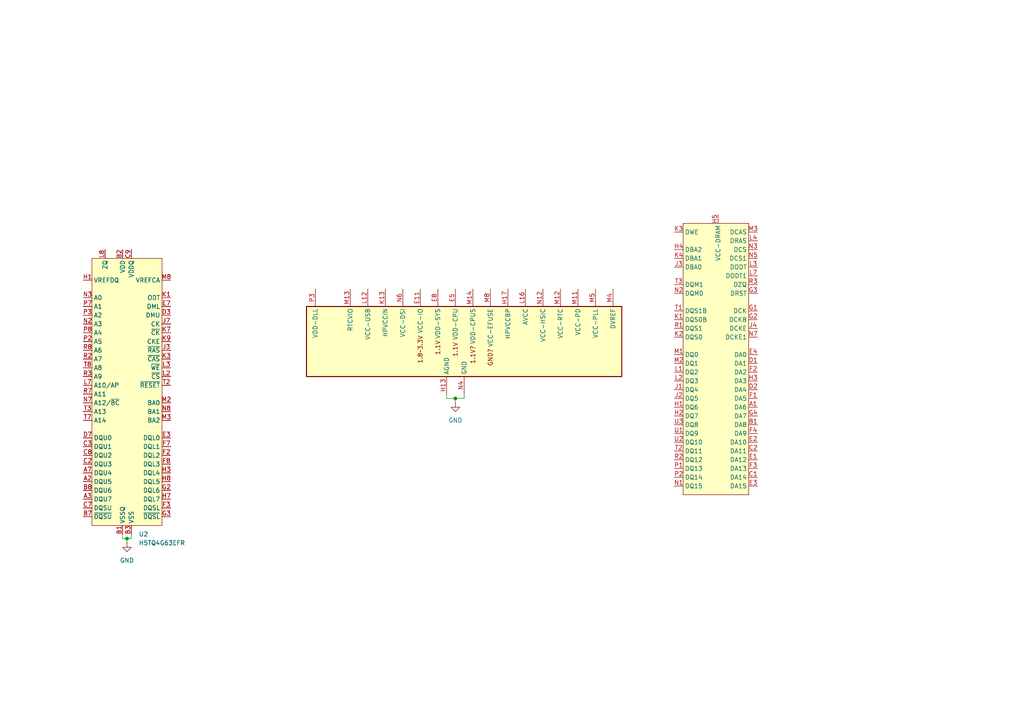
<source format=kicad_sch>
(kicad_sch (version 20250114) (generator "eeschema") (generator_version "9.0")
  (paper "A4")
  (lib_symbols
    (symbol "A33_1"
      (symbol "A33_1_1_1"
        (rectangle (start -43.18 10.16) (end 48.26 -10.16) (stroke (width 0.3048)) (fill (type background)))
        (text "1.8~3.3V" (at -10.16 -2.286 900) (effects (font (size 1.27 1.27))))
        (text "1.1V" (at -5.08 -1.778 900) (effects (font (size 1.27 1.27))))
        (text "1.1V" (at 0 -2.286 900) (effects (font (size 1.27 1.27))))
        (text "1.1V?" (at 5.08 -3.81 900) (effects (font (size 1.27 1.27))))
        (text "GND?" (at 10.16 -4.572 900) (effects (font (size 1.27 1.27))))
        (pin power_in line (at -40.64 15.24 270) (length 5.08) (name "VDD-DLL") (number "P3"))
        (pin power_in line (at -30.48 15.24 270) (length 5.08) (name "RTCVIO") (number "M13"))
        (pin power_in line (at -25.4 15.24 270) (length 5.08) (name "VCC-USB") (number "L12"))
        (pin power_in line (at -20.32 15.24 270) (length 5.08) (name "HPVCCIN") (number "K13"))
        (pin power_in line (at -15.24 15.24 270) (length 5.08) (name "VCC-DSI") (number "N6"))
        (pin power_in line (at -10.16 15.24 270) (length 5.08) (name "VCC-IO") (number "E11"))
        (pin power_in line (at -10.16 15.24 270) (length 5.08) (hide yes) (name "VCC-IO") (number "E12"))
        (pin power_in line (at -10.16 15.24 270) (length 5.08) (hide yes) (name "VCC-IO") (number "F11"))
        (pin power_in line (at -10.16 15.24 270) (length 5.08) (hide yes) (name "VCC-IO") (number "F12"))
        (pin power_in line (at -10.16 15.24 270) (length 5.08) (hide yes) (name "VCC-IO") (number "G12"))
        (pin power_in line (at -5.08 15.24 270) (length 5.08) (hide yes) (name "VDD-SYS") (number "E10"))
        (pin power_in line (at -5.08 15.24 270) (length 5.08) (name "VDD-SYS") (number "E8"))
        (pin power_in line (at -5.08 15.24 270) (length 5.08) (hide yes) (name "VDD-SYS") (number "E9"))
        (pin power_in line (at -5.08 15.24 270) (length 5.08) (hide yes) (name "VDD-SYS") (number "K6"))
        (pin power_in line (at -5.08 15.24 270) (length 5.08) (hide yes) (name "VDD-SYS") (number "L6"))
        (pin power_in line (at -5.08 15.24 270) (length 5.08) (hide yes) (name "VDD-SYS") (number "M6"))
        (pin power_in line (at -5.08 15.24 270) (length 5.08) (hide yes) (name "VDD-SYS") (number "M7"))
        (pin power_in line (at -5.08 15.24 270) (length 5.08) (hide yes) (name "VDD-SYS") (number "N10"))
        (pin power_in line (at -5.08 15.24 270) (length 5.08) (hide yes) (name "VDD-SYS") (number "N8"))
        (pin power_in line (at -5.08 15.24 270) (length 5.08) (hide yes) (name "VDD-SYS") (number "N9"))
        (pin power_in line (at -2.54 -15.24 90) (length 5.08) (name "AGND") (number "H13"))
        (pin power_in line (at 0 15.24 270) (length 5.08) (name "VDD-CPU") (number "E5"))
        (pin power_in line (at 0 15.24 270) (length 5.08) (hide yes) (name "VDD-CPU") (number "E6"))
        (pin power_in line (at 0 15.24 270) (length 5.08) (hide yes) (name "VDD-CPU") (number "E7"))
        (pin power_in line (at 0 15.24 270) (length 5.08) (hide yes) (name "VDD-CPU") (number "F5"))
        (pin power_in line (at 0 15.24 270) (length 5.08) (hide yes) (name "VDD-CPU") (number "F6"))
        (pin power_in line (at 0 15.24 270) (length 5.08) (hide yes) (name "VDD-CPU") (number "F7"))
        (pin power_in line (at 0 15.24 270) (length 5.08) (hide yes) (name "VDD-CPU") (number "G5"))
        (pin power_in line (at 0 15.24 270) (length 5.08) (hide yes) (name "VDD-CPU") (number "G6"))
        (pin power_in line (at 2.54 -15.24 90) (length 5.08) (hide yes) (name "GND") (number "F10"))
        (pin power_in line (at 2.54 -15.24 90) (length 5.08) (hide yes) (name "GND") (number "F8"))
        (pin power_in line (at 2.54 -15.24 90) (length 5.08) (hide yes) (name "GND") (number "F9"))
        (pin power_in line (at 2.54 -15.24 90) (length 5.08) (hide yes) (name "GND") (number "G10"))
        (pin power_in line (at 2.54 -15.24 90) (length 5.08) (hide yes) (name "GND") (number "G11"))
        (pin power_in line (at 2.54 -15.24 90) (length 5.08) (hide yes) (name "GND") (number "G7"))
        (pin power_in line (at 2.54 -15.24 90) (length 5.08) (hide yes) (name "GND") (number "G8"))
        (pin power_in line (at 2.54 -15.24 90) (length 5.08) (hide yes) (name "GND") (number "G9"))
        (pin power_in line (at 2.54 -15.24 90) (length 5.08) (hide yes) (name "GND") (number "H10"))
        (pin power_in line (at 2.54 -15.24 90) (length 5.08) (hide yes) (name "GND") (number "H11"))
        (pin power_in line (at 2.54 -15.24 90) (length 5.08) (hide yes) (name "GND") (number "H12"))
        (pin power_in line (at 2.54 -15.24 90) (length 5.08) (hide yes) (name "GND") (number "H7"))
        (pin power_in line (at 2.54 -15.24 90) (length 5.08) (hide yes) (name "GND") (number "H8"))
        (pin power_in line (at 2.54 -15.24 90) (length 5.08) (hide yes) (name "GND") (number "H9"))
        (pin power_in line (at 2.54 -15.24 90) (length 5.08) (hide yes) (name "GND") (number "J10"))
        (pin power_in line (at 2.54 -15.24 90) (length 5.08) (hide yes) (name "GND") (number "J11"))
        (pin power_in line (at 2.54 -15.24 90) (length 5.08) (hide yes) (name "GND") (number "J12"))
        (pin power_in line (at 2.54 -15.24 90) (length 5.08) (hide yes) (name "GND") (number "J7"))
        (pin power_in line (at 2.54 -15.24 90) (length 5.08) (hide yes) (name "GND") (number "J8"))
        (pin power_in line (at 2.54 -15.24 90) (length 5.08) (hide yes) (name "GND") (number "J9"))
        (pin power_in line (at 2.54 -15.24 90) (length 5.08) (hide yes) (name "GND") (number "K10"))
        (pin power_in line (at 2.54 -15.24 90) (length 5.08) (hide yes) (name "GND") (number "K11"))
        (pin power_in line (at 2.54 -15.24 90) (length 5.08) (hide yes) (name "GND") (number "K12"))
        (pin power_in line (at 2.54 -15.24 90) (length 5.08) (hide yes) (name "GND") (number "K7"))
        (pin power_in line (at 2.54 -15.24 90) (length 5.08) (hide yes) (name "GND") (number "K8"))
        (pin power_in line (at 2.54 -15.24 90) (length 5.08) (hide yes) (name "GND") (number "K9"))
        (pin power_in line (at 2.54 -15.24 90) (length 5.08) (hide yes) (name "GND") (number "L10"))
        (pin power_in line (at 2.54 -15.24 90) (length 5.08) (hide yes) (name "GND") (number "L11"))
        (pin power_in line (at 2.54 -15.24 90) (length 5.08) (hide yes) (name "GND") (number "L8"))
        (pin power_in line (at 2.54 -15.24 90) (length 5.08) (hide yes) (name "GND") (number "L9"))
        (pin power_in line (at 2.54 -15.24 90) (length 5.08) (hide yes) (name "GND") (number "M10"))
        (pin power_in line (at 2.54 -15.24 90) (length 5.08) (hide yes) (name "GND") (number "M9"))
        (pin power_in line (at 2.54 -15.24 90) (length 5.08) (name "GND") (number "N4"))
        (pin power_in line (at 5.08 15.24 270) (length 5.08) (name "VDD-CPUS") (number "M14"))
        (pin power_in line (at 10.16 15.24 270) (length 5.08) (name "VCC-EFUSE") (number "M8"))
        (pin power_in line (at 15.24 15.24 270) (length 5.08) (name "HPVCCBP") (number "H17"))
        (pin power_in line (at 20.32 15.24 270) (length 5.08) (name "AVCC") (number "L16"))
        (pin power_in line (at 25.4 15.24 270) (length 5.08) (name "VCC-HSIC") (number "N12"))
        (pin power_in line (at 30.48 15.24 270) (length 5.08) (name "VCC-RTC") (number "M12"))
        (pin power_in line (at 35.56 15.24 270) (length 5.08) (name "VCC-PD") (number "M11"))
        (pin power_in line (at 35.56 15.24 270) (length 5.08) (hide yes) (name "VCC-PD") (number "N11"))
        (pin power_in line (at 40.64 15.24 270) (length 5.08) (name "VCC-PLL") (number "M5"))
        (pin power_in line (at 45.72 15.24 270) (length 5.08) (name "DVREF") (number "M4"))
      )
      (symbol "A33_1_2_1"
        (rectangle (start -10.16 44.45) (end 8.89 -34.29) (fill (type background)))
        (pin output line (at -12.7 41.91 0) (length 2.54) (name "DWE") (number "K3"))
        (pin output line (at -12.7 36.83 0) (length 2.54) (name "DBA2") (number "H4"))
        (pin output line (at -12.7 34.29 0) (length 2.54) (name "DBA1") (number "K4"))
        (pin output line (at -12.7 31.75 0) (length 2.54) (name "DBA0") (number "J3"))
        (pin output line (at -12.7 26.67 0) (length 2.54) (name "DQM1") (number "T3"))
        (pin output line (at -12.7 24.13 0) (length 2.54) (name "DQM0") (number "N2"))
        (pin bidirectional line (at -12.7 19.05 0) (length 2.54) (name "DQS1B") (number "T1"))
        (pin bidirectional line (at -12.7 16.51 0) (length 2.54) (name "DQS0B") (number "K1"))
        (pin bidirectional line (at -12.7 13.97 0) (length 2.54) (name "DQS1") (number "R1"))
        (pin bidirectional line (at -12.7 11.43 0) (length 2.54) (name "DQS0") (number "K2"))
        (pin bidirectional line (at -12.7 6.35 0) (length 2.54) (name "DQ0") (number "M1"))
        (pin bidirectional line (at -12.7 3.81 0) (length 2.54) (name "DQ1") (number "M2"))
        (pin bidirectional line (at -12.7 1.27 0) (length 2.54) (name "DQ2") (number "L1"))
        (pin bidirectional line (at -12.7 -1.27 0) (length 2.54) (name "DQ3") (number "L2"))
        (pin bidirectional line (at -12.7 -3.81 0) (length 2.54) (name "DQ4") (number "J1"))
        (pin bidirectional line (at -12.7 -6.35 0) (length 2.54) (name "DQ5") (number "J2"))
        (pin bidirectional line (at -12.7 -8.89 0) (length 2.54) (name "DQ6") (number "H1"))
        (pin bidirectional line (at -12.7 -11.43 0) (length 2.54) (name "DQ7") (number "H2"))
        (pin bidirectional line (at -12.7 -13.97 0) (length 2.54) (name "DQ8") (number "U3"))
        (pin bidirectional line (at -12.7 -16.51 0) (length 2.54) (name "DQ9") (number "U1"))
        (pin bidirectional line (at -12.7 -19.05 0) (length 2.54) (name "DQ10") (number "U2"))
        (pin bidirectional line (at -12.7 -21.59 0) (length 2.54) (name "DQ11") (number "T2"))
        (pin bidirectional line (at -12.7 -24.13 0) (length 2.54) (name "DQ12") (number "R2"))
        (pin bidirectional line (at -12.7 -26.67 0) (length 2.54) (name "DQ13") (number "P1"))
        (pin bidirectional line (at -12.7 -29.21 0) (length 2.54) (name "DQ14") (number "P2"))
        (pin bidirectional line (at -12.7 -31.75 0) (length 2.54) (name "DQ15") (number "N1"))
        (pin power_in line (at 0 46.99 270) (length 2.54) (name "VCC-DRAM") (number "H5"))
        (pin power_in line (at 0 46.99 270) (length 2.54) (hide yes) (name "VCC-DRAM") (number "H6"))
        (pin power_in line (at 0 46.99 270) (length 2.54) (hide yes) (name "VCC-DRAM") (number "J5"))
        (pin power_in line (at 0 46.99 270) (length 2.54) (hide yes) (name "VCC-DRAM") (number "J6"))
        (pin power_in line (at 0 46.99 270) (length 2.54) (hide yes) (name "VCC-DRAM") (number "K5"))
        (pin power_in line (at 0 46.99 270) (length 2.54) (hide yes) (name "VCC-DRAM") (number "L5"))
        (pin output line (at 11.43 41.91 180) (length 2.54) (name "DCAS") (number "M3"))
        (pin output line (at 11.43 39.37 180) (length 2.54) (name "DRAS") (number "L4"))
        (pin output line (at 11.43 36.83 180) (length 2.54) (name "DCS") (number "N3"))
        (pin output line (at 11.43 34.29 180) (length 2.54) (name "DCS1") (number "N5"))
        (pin output line (at 11.43 31.75 180) (length 2.54) (name "DODT") (number "L3"))
        (pin output line (at 11.43 29.21 180) (length 2.54) (name "DODT1") (number "L7"))
        (pin output line (at 11.43 26.67 180) (length 2.54) (name "DZQ") (number "R3"))
        (pin output line (at 11.43 24.13 180) (length 2.54) (name "DRST") (number "G3"))
        (pin output line (at 11.43 19.05 180) (length 2.54) (name "DCK") (number "G1"))
        (pin output line (at 11.43 16.51 180) (length 2.54) (name "DCKB") (number "G2"))
        (pin output line (at 11.43 13.97 180) (length 2.54) (name "DCKE") (number "J4"))
        (pin output line (at 11.43 11.43 180) (length 2.54) (name "DCKE1") (number "N7"))
        (pin output line (at 11.43 6.35 180) (length 2.54) (name "DA0") (number "E4"))
        (pin output line (at 11.43 3.81 180) (length 2.54) (name "DA1") (number "D1"))
        (pin output line (at 11.43 1.27 180) (length 2.54) (name "DA2") (number "F2"))
        (pin output line (at 11.43 -1.27 180) (length 2.54) (name "DA3") (number "H3"))
        (pin output line (at 11.43 -3.81 180) (length 2.54) (name "DA4") (number "D2"))
        (pin output line (at 11.43 -6.35 180) (length 2.54) (name "DA5") (number "F1"))
        (pin output line (at 11.43 -8.89 180) (length 2.54) (name "DA6") (number "A1"))
        (pin output line (at 11.43 -11.43 180) (length 2.54) (name "DA7") (number "G4"))
        (pin output line (at 11.43 -13.97 180) (length 2.54) (name "DA8") (number "B1"))
        (pin output line (at 11.43 -16.51 180) (length 2.54) (name "DA9") (number "F4"))
        (pin output line (at 11.43 -19.05 180) (length 2.54) (name "DA10") (number "E2"))
        (pin output line (at 11.43 -21.59 180) (length 2.54) (name "DA11") (number "C2"))
        (pin output line (at 11.43 -24.13 180) (length 2.54) (name "DA12") (number "E1"))
        (pin output line (at 11.43 -26.67 180) (length 2.54) (name "DA13") (number "F3"))
        (pin output line (at 11.43 -29.21 180) (length 2.54) (name "DA14") (number "C1"))
        (pin output line (at 11.43 -31.75 180) (length 2.54) (name "DA15") (number "E3"))
      )
    )
    (symbol "power:GND" (power) (pin_numbers (hide yes)) (pin_names (offset 0) (hide yes))
      (property "Value" "GND" (at 0 -3.81 0))
      (symbol "GND_0_1"
        (polyline (pts (xy 0 0) (xy 0 -1.27) (xy 1.27 -1.27) (xy 0 -2.54) (xy -1.27 -1.27) (xy 0 -1.27)))
      )
      (symbol "GND_1_1"
        (pin power_in line (at 0 0 270) (length 0) (name "~") (number "1"))
      )
    )
    (symbol "slate-lib:A33"
      (symbol "A33_1_1"
        (rectangle (start -43.18 10.16) (end 48.26 -10.16) (stroke (width 0.3048)) (fill (type background)))
        (text "1.8~3.3V" (at -10.16 -2.286 900) (effects (font (size 1.27 1.27))))
        (text "1.1V" (at -5.08 -1.778 900) (effects (font (size 1.27 1.27))))
        (text "1.1V" (at 0 -2.286 900) (effects (font (size 1.27 1.27))))
        (text "1.1V?" (at 5.08 -3.81 900) (effects (font (size 1.27 1.27))))
        (text "GND?" (at 10.16 -4.572 900) (effects (font (size 1.27 1.27))))
        (pin power_in line (at -40.64 15.24 270) (length 5.08) (name "VDD-DLL") (number "P3"))
        (pin power_in line (at -30.48 15.24 270) (length 5.08) (name "RTCVIO") (number "M13"))
        (pin power_in line (at -25.4 15.24 270) (length 5.08) (name "VCC-USB") (number "L12"))
        (pin power_in line (at -20.32 15.24 270) (length 5.08) (name "HPVCCIN") (number "K13"))
        (pin power_in line (at -15.24 15.24 270) (length 5.08) (name "VCC-DSI") (number "N6"))
        (pin power_in line (at -10.16 15.24 270) (length 5.08) (name "VCC-IO") (number "E11"))
        (pin power_in line (at -10.16 15.24 270) (length 5.08) (hide yes) (name "VCC-IO") (number "E12"))
        (pin power_in line (at -10.16 15.24 270) (length 5.08) (hide yes) (name "VCC-IO") (number "F11"))
        (pin power_in line (at -10.16 15.24 270) (length 5.08) (hide yes) (name "VCC-IO") (number "F12"))
        (pin power_in line (at -10.16 15.24 270) (length 5.08) (hide yes) (name "VCC-IO") (number "G12"))
        (pin power_in line (at -5.08 15.24 270) (length 5.08) (hide yes) (name "VDD-SYS") (number "E10"))
        (pin power_in line (at -5.08 15.24 270) (length 5.08) (name "VDD-SYS") (number "E8"))
        (pin power_in line (at -5.08 15.24 270) (length 5.08) (hide yes) (name "VDD-SYS") (number "E9"))
        (pin power_in line (at -5.08 15.24 270) (length 5.08) (hide yes) (name "VDD-SYS") (number "K6"))
        (pin power_in line (at -5.08 15.24 270) (length 5.08) (hide yes) (name "VDD-SYS") (number "L6"))
        (pin power_in line (at -5.08 15.24 270) (length 5.08) (hide yes) (name "VDD-SYS") (number "M6"))
        (pin power_in line (at -5.08 15.24 270) (length 5.08) (hide yes) (name "VDD-SYS") (number "M7"))
        (pin power_in line (at -5.08 15.24 270) (length 5.08) (hide yes) (name "VDD-SYS") (number "N10"))
        (pin power_in line (at -5.08 15.24 270) (length 5.08) (hide yes) (name "VDD-SYS") (number "N8"))
        (pin power_in line (at -5.08 15.24 270) (length 5.08) (hide yes) (name "VDD-SYS") (number "N9"))
        (pin power_in line (at -2.54 -15.24 90) (length 5.08) (name "AGND") (number "H13"))
        (pin power_in line (at 0 15.24 270) (length 5.08) (name "VDD-CPU") (number "E5"))
        (pin power_in line (at 0 15.24 270) (length 5.08) (hide yes) (name "VDD-CPU") (number "E6"))
        (pin power_in line (at 0 15.24 270) (length 5.08) (hide yes) (name "VDD-CPU") (number "E7"))
        (pin power_in line (at 0 15.24 270) (length 5.08) (hide yes) (name "VDD-CPU") (number "F5"))
        (pin power_in line (at 0 15.24 270) (length 5.08) (hide yes) (name "VDD-CPU") (number "F6"))
        (pin power_in line (at 0 15.24 270) (length 5.08) (hide yes) (name "VDD-CPU") (number "F7"))
        (pin power_in line (at 0 15.24 270) (length 5.08) (hide yes) (name "VDD-CPU") (number "G5"))
        (pin power_in line (at 0 15.24 270) (length 5.08) (hide yes) (name "VDD-CPU") (number "G6"))
        (pin power_in line (at 2.54 -15.24 90) (length 5.08) (hide yes) (name "GND") (number "F10"))
        (pin power_in line (at 2.54 -15.24 90) (length 5.08) (hide yes) (name "GND") (number "F8"))
        (pin power_in line (at 2.54 -15.24 90) (length 5.08) (hide yes) (name "GND") (number "F9"))
        (pin power_in line (at 2.54 -15.24 90) (length 5.08) (hide yes) (name "GND") (number "G10"))
        (pin power_in line (at 2.54 -15.24 90) (length 5.08) (hide yes) (name "GND") (number "G11"))
        (pin power_in line (at 2.54 -15.24 90) (length 5.08) (hide yes) (name "GND") (number "G7"))
        (pin power_in line (at 2.54 -15.24 90) (length 5.08) (hide yes) (name "GND") (number "G8"))
        (pin power_in line (at 2.54 -15.24 90) (length 5.08) (hide yes) (name "GND") (number "G9"))
        (pin power_in line (at 2.54 -15.24 90) (length 5.08) (hide yes) (name "GND") (number "H10"))
        (pin power_in line (at 2.54 -15.24 90) (length 5.08) (hide yes) (name "GND") (number "H11"))
        (pin power_in line (at 2.54 -15.24 90) (length 5.08) (hide yes) (name "GND") (number "H12"))
        (pin power_in line (at 2.54 -15.24 90) (length 5.08) (hide yes) (name "GND") (number "H7"))
        (pin power_in line (at 2.54 -15.24 90) (length 5.08) (hide yes) (name "GND") (number "H8"))
        (pin power_in line (at 2.54 -15.24 90) (length 5.08) (hide yes) (name "GND") (number "H9"))
        (pin power_in line (at 2.54 -15.24 90) (length 5.08) (hide yes) (name "GND") (number "J10"))
        (pin power_in line (at 2.54 -15.24 90) (length 5.08) (hide yes) (name "GND") (number "J11"))
        (pin power_in line (at 2.54 -15.24 90) (length 5.08) (hide yes) (name "GND") (number "J12"))
        (pin power_in line (at 2.54 -15.24 90) (length 5.08) (hide yes) (name "GND") (number "J7"))
        (pin power_in line (at 2.54 -15.24 90) (length 5.08) (hide yes) (name "GND") (number "J8"))
        (pin power_in line (at 2.54 -15.24 90) (length 5.08) (hide yes) (name "GND") (number "J9"))
        (pin power_in line (at 2.54 -15.24 90) (length 5.08) (hide yes) (name "GND") (number "K10"))
        (pin power_in line (at 2.54 -15.24 90) (length 5.08) (hide yes) (name "GND") (number "K11"))
        (pin power_in line (at 2.54 -15.24 90) (length 5.08) (hide yes) (name "GND") (number "K12"))
        (pin power_in line (at 2.54 -15.24 90) (length 5.08) (hide yes) (name "GND") (number "K7"))
        (pin power_in line (at 2.54 -15.24 90) (length 5.08) (hide yes) (name "GND") (number "K8"))
        (pin power_in line (at 2.54 -15.24 90) (length 5.08) (hide yes) (name "GND") (number "K9"))
        (pin power_in line (at 2.54 -15.24 90) (length 5.08) (hide yes) (name "GND") (number "L10"))
        (pin power_in line (at 2.54 -15.24 90) (length 5.08) (hide yes) (name "GND") (number "L11"))
        (pin power_in line (at 2.54 -15.24 90) (length 5.08) (hide yes) (name "GND") (number "L8"))
        (pin power_in line (at 2.54 -15.24 90) (length 5.08) (hide yes) (name "GND") (number "L9"))
        (pin power_in line (at 2.54 -15.24 90) (length 5.08) (hide yes) (name "GND") (number "M10"))
        (pin power_in line (at 2.54 -15.24 90) (length 5.08) (hide yes) (name "GND") (number "M9"))
        (pin power_in line (at 2.54 -15.24 90) (length 5.08) (name "GND") (number "N4"))
        (pin power_in line (at 5.08 15.24 270) (length 5.08) (name "VDD-CPUS") (number "M14"))
        (pin power_in line (at 10.16 15.24 270) (length 5.08) (name "VCC-EFUSE") (number "M8"))
        (pin power_in line (at 15.24 15.24 270) (length 5.08) (name "HPVCCBP") (number "H17"))
        (pin power_in line (at 20.32 15.24 270) (length 5.08) (name "AVCC") (number "L16"))
        (pin power_in line (at 25.4 15.24 270) (length 5.08) (name "VCC-HSIC") (number "N12"))
        (pin power_in line (at 30.48 15.24 270) (length 5.08) (name "VCC-RTC") (number "M12"))
        (pin power_in line (at 35.56 15.24 270) (length 5.08) (name "VCC-PD") (number "M11"))
        (pin power_in line (at 35.56 15.24 270) (length 5.08) (hide yes) (name "VCC-PD") (number "N11"))
        (pin power_in line (at 40.64 15.24 270) (length 5.08) (name "VCC-PLL") (number "M5"))
        (pin power_in line (at 45.72 15.24 270) (length 5.08) (name "DVREF") (number "M4"))
      )
      (symbol "A33_2_1"
        (rectangle (start -10.16 44.45) (end 8.89 -34.29) (fill (type background)))
        (pin output line (at -12.7 41.91 0) (length 2.54) (name "DWE") (number "K3"))
        (pin output line (at -12.7 36.83 0) (length 2.54) (name "DBA2") (number "H4"))
        (pin output line (at -12.7 34.29 0) (length 2.54) (name "DBA1") (number "K4"))
        (pin output line (at -12.7 31.75 0) (length 2.54) (name "DBA0") (number "J3"))
        (pin output line (at -12.7 26.67 0) (length 2.54) (name "DQM1") (number "T3"))
        (pin output line (at -12.7 24.13 0) (length 2.54) (name "DQM0") (number "N2"))
        (pin bidirectional line (at -12.7 19.05 0) (length 2.54) (name "DQS1B") (number "T1"))
        (pin bidirectional line (at -12.7 16.51 0) (length 2.54) (name "DQS0B") (number "K1"))
        (pin bidirectional line (at -12.7 13.97 0) (length 2.54) (name "DQS1") (number "R1"))
        (pin bidirectional line (at -12.7 11.43 0) (length 2.54) (name "DQS0") (number "K2"))
        (pin bidirectional line (at -12.7 6.35 0) (length 2.54) (name "DQ0") (number "M1"))
        (pin bidirectional line (at -12.7 3.81 0) (length 2.54) (name "DQ1") (number "M2"))
        (pin bidirectional line (at -12.7 1.27 0) (length 2.54) (name "DQ2") (number "L1"))
        (pin bidirectional line (at -12.7 -1.27 0) (length 2.54) (name "DQ3") (number "L2"))
        (pin bidirectional line (at -12.7 -3.81 0) (length 2.54) (name "DQ4") (number "J1"))
        (pin bidirectional line (at -12.7 -6.35 0) (length 2.54) (name "DQ5") (number "J2"))
        (pin bidirectional line (at -12.7 -8.89 0) (length 2.54) (name "DQ6") (number "H1"))
        (pin bidirectional line (at -12.7 -11.43 0) (length 2.54) (name "DQ7") (number "H2"))
        (pin bidirectional line (at -12.7 -13.97 0) (length 2.54) (name "DQ8") (number "U3"))
        (pin bidirectional line (at -12.7 -16.51 0) (length 2.54) (name "DQ9") (number "U1"))
        (pin bidirectional line (at -12.7 -19.05 0) (length 2.54) (name "DQ10") (number "U2"))
        (pin bidirectional line (at -12.7 -21.59 0) (length 2.54) (name "DQ11") (number "T2"))
        (pin bidirectional line (at -12.7 -24.13 0) (length 2.54) (name "DQ12") (number "R2"))
        (pin bidirectional line (at -12.7 -26.67 0) (length 2.54) (name "DQ13") (number "P1"))
        (pin bidirectional line (at -12.7 -29.21 0) (length 2.54) (name "DQ14") (number "P2"))
        (pin bidirectional line (at -12.7 -31.75 0) (length 2.54) (name "DQ15") (number "N1"))
        (pin power_in line (at 0 46.99 270) (length 2.54) (name "VCC-DRAM") (number "H5"))
        (pin power_in line (at 0 46.99 270) (length 2.54) (hide yes) (name "VCC-DRAM") (number "H6"))
        (pin power_in line (at 0 46.99 270) (length 2.54) (hide yes) (name "VCC-DRAM") (number "J5"))
        (pin power_in line (at 0 46.99 270) (length 2.54) (hide yes) (name "VCC-DRAM") (number "J6"))
        (pin power_in line (at 0 46.99 270) (length 2.54) (hide yes) (name "VCC-DRAM") (number "K5"))
        (pin power_in line (at 0 46.99 270) (length 2.54) (hide yes) (name "VCC-DRAM") (number "L5"))
        (pin output line (at 11.43 41.91 180) (length 2.54) (name "DCAS") (number "M3"))
        (pin output line (at 11.43 39.37 180) (length 2.54) (name "DRAS") (number "L4"))
        (pin output line (at 11.43 36.83 180) (length 2.54) (name "DCS") (number "N3"))
        (pin output line (at 11.43 34.29 180) (length 2.54) (name "DCS1") (number "N5"))
        (pin output line (at 11.43 31.75 180) (length 2.54) (name "DODT") (number "L3"))
        (pin output line (at 11.43 29.21 180) (length 2.54) (name "DODT1") (number "L7"))
        (pin output line (at 11.43 26.67 180) (length 2.54) (name "DZQ") (number "R3"))
        (pin output line (at 11.43 24.13 180) (length 2.54) (name "DRST") (number "G3"))
        (pin output line (at 11.43 19.05 180) (length 2.54) (name "DCK") (number "G1"))
        (pin output line (at 11.43 16.51 180) (length 2.54) (name "DCKB") (number "G2"))
        (pin output line (at 11.43 13.97 180) (length 2.54) (name "DCKE") (number "J4"))
        (pin output line (at 11.43 11.43 180) (length 2.54) (name "DCKE1") (number "N7"))
        (pin output line (at 11.43 6.35 180) (length 2.54) (name "DA0") (number "E4"))
        (pin output line (at 11.43 3.81 180) (length 2.54) (name "DA1") (number "D1"))
        (pin output line (at 11.43 1.27 180) (length 2.54) (name "DA2") (number "F2"))
        (pin output line (at 11.43 -1.27 180) (length 2.54) (name "DA3") (number "H3"))
        (pin output line (at 11.43 -3.81 180) (length 2.54) (name "DA4") (number "D2"))
        (pin output line (at 11.43 -6.35 180) (length 2.54) (name "DA5") (number "F1"))
        (pin output line (at 11.43 -8.89 180) (length 2.54) (name "DA6") (number "A1"))
        (pin output line (at 11.43 -11.43 180) (length 2.54) (name "DA7") (number "G4"))
        (pin output line (at 11.43 -13.97 180) (length 2.54) (name "DA8") (number "B1"))
        (pin output line (at 11.43 -16.51 180) (length 2.54) (name "DA9") (number "F4"))
        (pin output line (at 11.43 -19.05 180) (length 2.54) (name "DA10") (number "E2"))
        (pin output line (at 11.43 -21.59 180) (length 2.54) (name "DA11") (number "C2"))
        (pin output line (at 11.43 -24.13 180) (length 2.54) (name "DA12") (number "E1"))
        (pin output line (at 11.43 -26.67 180) (length 2.54) (name "DA13") (number "F3"))
        (pin output line (at 11.43 -29.21 180) (length 2.54) (name "DA14") (number "C1"))
        (pin output line (at 11.43 -31.75 180) (length 2.54) (name "DA15") (number "E3"))
      )
    )
    (symbol "slate-lib:H5TQ4G63EFR"
      (property "Reference" "U" (at 0 0 0))
      (property "Value" "H5TQ4G63EFR" (at 0 0 0))
      (symbol "H5TQ4G63EFR_1_1"
        (rectangle (start -35.56 22.86) (end -15.24 -54.61) (fill (type background)))
        (pin power_in line (at -38.1 16.51 0) (length 2.54) (name "VREFDQ") (number "H1"))
        (pin input line (at -38.1 11.43 0) (length 2.54) (name "A0") (number "N3"))
        (pin input line (at -38.1 8.89 0) (length 2.54) (name "A1") (number "P7"))
        (pin input line (at -38.1 6.35 0) (length 2.54) (name "A2") (number "P3"))
        (pin input line (at -38.1 3.81 0) (length 2.54) (name "A3") (number "N2"))
        (pin input line (at -38.1 1.27 0) (length 2.54) (name "A4") (number "P8"))
        (pin input line (at -38.1 -1.27 0) (length 2.54) (name "A5") (number "P2"))
        (pin input line (at -38.1 -3.81 0) (length 2.54) (name "A6") (number "R8"))
        (pin input line (at -38.1 -6.35 0) (length 2.54) (name "A7") (number "R2"))
        (pin input line (at -38.1 -8.89 0) (length 2.54) (name "A8") (number "T8"))
        (pin input line (at -38.1 -11.43 0) (length 2.54) (name "A9") (number "R3"))
        (pin input line (at -38.1 -13.97 0) (length 2.54) (name "A10/AP") (number "L7"))
        (pin input line (at -38.1 -16.51 0) (length 2.54) (name "A11") (number "R7"))
        (pin input line (at -38.1 -19.05 0) (length 2.54) (name "A12/~{BC}") (number "N7"))
        (pin input line (at -38.1 -21.59 0) (length 2.54) (name "A13") (number "T3"))
        (pin input line (at -38.1 -24.13 0) (length 2.54) (name "A14") (number "T7"))
        (pin bidirectional line (at -38.1 -29.21 0) (length 2.54) (name "DQU0") (number "D7"))
        (pin bidirectional line (at -38.1 -31.75 0) (length 2.54) (name "DQU1") (number "C3"))
        (pin bidirectional line (at -38.1 -34.29 0) (length 2.54) (name "DQU2") (number "C8"))
        (pin bidirectional line (at -38.1 -36.83 0) (length 2.54) (name "DQU3") (number "C2"))
        (pin bidirectional line (at -38.1 -39.37 0) (length 2.54) (name "DQU4") (number "A7"))
        (pin bidirectional line (at -38.1 -41.91 0) (length 2.54) (name "DQU5") (number "A2"))
        (pin bidirectional line (at -38.1 -44.45 0) (length 2.54) (name "DQU6") (number "B8"))
        (pin bidirectional line (at -38.1 -46.99 0) (length 2.54) (name "DQU7") (number "A3"))
        (pin bidirectional line (at -38.1 -49.53 0) (length 2.54) (name "DQSU") (number "C7"))
        (pin bidirectional line (at -38.1 -52.07 0) (length 2.54) (name "~{DQSU}") (number "B7"))
        (pin power_in line (at -31.75 25.4 270) (length 2.54) (name "ZQ") (number "L8"))
        (pin power_in line (at -26.67 25.4 270) (length 2.54) (name "VDD") (number "B2"))
        (pin power_in line (at -26.67 25.4 270) (length 2.54) (hide yes) (name "VDD") (number "D9"))
        (pin power_in line (at -26.67 25.4 270) (length 2.54) (hide yes) (name "VDD") (number "G7"))
        (pin power_in line (at -26.67 25.4 270) (length 2.54) (hide yes) (name "VDD") (number "K2"))
        (pin power_in line (at -26.67 25.4 270) (length 2.54) (hide yes) (name "VDD") (number "K8"))
        (pin power_in line (at -26.67 25.4 270) (length 2.54) (hide yes) (name "VDD") (number "N1"))
        (pin power_in line (at -26.67 25.4 270) (length 2.54) (hide yes) (name "VDD") (number "N9"))
        (pin power_in line (at -26.67 25.4 270) (length 2.54) (hide yes) (name "VDD") (number "R1"))
        (pin power_in line (at -26.67 25.4 270) (length 2.54) (hide yes) (name "VDD") (number "R9"))
        (pin power_in line (at -26.67 -57.15 90) (length 2.54) (name "VSSQ") (number "B1"))
        (pin power_in line (at -26.67 -57.15 90) (length 2.54) (hide yes) (name "VSSQ") (number "B9"))
        (pin power_in line (at -26.67 -57.15 90) (length 2.54) (hide yes) (name "VSSQ") (number "D1"))
        (pin power_in line (at -26.67 -57.15 90) (length 2.54) (hide yes) (name "VSSQ") (number "D8"))
        (pin power_in line (at -26.67 -57.15 90) (length 2.54) (hide yes) (name "VSSQ") (number "E2"))
        (pin power_in line (at -26.67 -57.15 90) (length 2.54) (hide yes) (name "VSSQ") (number "E8"))
        (pin power_in line (at -26.67 -57.15 90) (length 2.54) (hide yes) (name "VSSQ") (number "F9"))
        (pin power_in line (at -26.67 -57.15 90) (length 2.54) (hide yes) (name "VSSQ") (number "G1"))
        (pin power_in line (at -26.67 -57.15 90) (length 2.54) (hide yes) (name "VSSQ") (number "G9"))
        (pin power_in line (at -24.13 25.4 270) (length 2.54) (hide yes) (name "VDDQ") (number "A1"))
        (pin power_in line (at -24.13 25.4 270) (length 2.54) (hide yes) (name "VDDQ") (number "A8"))
        (pin power_in line (at -24.13 25.4 270) (length 2.54) (hide yes) (name "VDDQ") (number "C1"))
        (pin power_in line (at -24.13 25.4 270) (length 2.54) (name "VDDQ") (number "C9"))
        (pin power_in line (at -24.13 25.4 270) (length 2.54) (hide yes) (name "VDDQ") (number "D2"))
        (pin power_in line (at -24.13 25.4 270) (length 2.54) (hide yes) (name "VDDQ") (number "E9"))
        (pin power_in line (at -24.13 25.4 270) (length 2.54) (hide yes) (name "VDDQ") (number "F1"))
        (pin power_in line (at -24.13 25.4 270) (length 2.54) (hide yes) (name "VDDQ") (number "H2"))
        (pin power_in line (at -24.13 25.4 270) (length 2.54) (hide yes) (name "VDDQ") (number "H9"))
        (pin power_in line (at -24.13 -57.15 90) (length 2.54) (hide yes) (name "VSS") (number "A9"))
        (pin power_in line (at -24.13 -57.15 90) (length 2.54) (name "VSS") (number "B3"))
        (pin power_in line (at -24.13 -57.15 90) (length 2.54) (hide yes) (name "VSS") (number "E1"))
        (pin power_in line (at -24.13 -57.15 90) (length 2.54) (hide yes) (name "VSS") (number "G8"))
        (pin power_in line (at -24.13 -57.15 90) (length 2.54) (hide yes) (name "VSS") (number "J2"))
        (pin power_in line (at -24.13 -57.15 90) (length 2.54) (hide yes) (name "VSS") (number "J8"))
        (pin power_in line (at -24.13 -57.15 90) (length 2.54) (hide yes) (name "VSS") (number "M1"))
        (pin power_in line (at -24.13 -57.15 90) (length 2.54) (hide yes) (name "VSS") (number "M9"))
        (pin power_in line (at -24.13 -57.15 90) (length 2.54) (hide yes) (name "VSS") (number "P1"))
        (pin power_in line (at -24.13 -57.15 90) (length 2.54) (hide yes) (name "VSS") (number "P9"))
        (pin power_in line (at -24.13 -57.15 90) (length 2.54) (hide yes) (name "VSS") (number "T1"))
        (pin power_in line (at -24.13 -57.15 90) (length 2.54) (hide yes) (name "VSS") (number "T9"))
        (pin no_connect line (at -21.59 -57.15 90) (length 2.54) (hide yes) (name "NC") (number "J1"))
        (pin no_connect line (at -21.59 -57.15 90) (length 2.54) (hide yes) (name "NC") (number "J9"))
        (pin no_connect line (at -21.59 -57.15 90) (length 2.54) (hide yes) (name "NC") (number "L1"))
        (pin no_connect line (at -21.59 -57.15 90) (length 2.54) (hide yes) (name "NC") (number "L9"))
        (pin no_connect line (at -21.59 -57.15 90) (length 2.54) (hide yes) (name "NC") (number "M7"))
        (pin power_in line (at -12.7 16.51 180) (length 2.54) (name "VREFCA") (number "M8"))
        (pin input line (at -12.7 11.43 180) (length 2.54) (name "ODT") (number "K1"))
        (pin input line (at -12.7 8.89 180) (length 2.54) (name "DML") (number "E7"))
        (pin input line (at -12.7 6.35 180) (length 2.54) (name "DMU") (number "D3"))
        (pin input line (at -12.7 3.81 180) (length 2.54) (name "CK") (number "J7"))
        (pin input line (at -12.7 1.27 180) (length 2.54) (name "~{CK}") (number "K7"))
        (pin input line (at -12.7 -1.27 180) (length 2.54) (name "CKE") (number "K9"))
        (pin input line (at -12.7 -3.81 180) (length 2.54) (name "~{RAS}") (number "J3"))
        (pin input line (at -12.7 -6.35 180) (length 2.54) (name "~{CAS}") (number "K3"))
        (pin input line (at -12.7 -8.89 180) (length 2.54) (name "~{WE}") (number "L3"))
        (pin input line (at -12.7 -11.43 180) (length 2.54) (name "~{CS}") (number "L2"))
        (pin input line (at -12.7 -13.97 180) (length 2.54) (name "~{RESET}") (number "T2"))
        (pin input line (at -12.7 -19.05 180) (length 2.54) (name "BA0") (number "M2"))
        (pin input line (at -12.7 -21.59 180) (length 2.54) (name "BA1") (number "N8"))
        (pin input line (at -12.7 -24.13 180) (length 2.54) (name "BA2") (number "M3"))
        (pin bidirectional line (at -12.7 -29.21 180) (length 2.54) (name "DQL0") (number "E3"))
        (pin bidirectional line (at -12.7 -31.75 180) (length 2.54) (name "DQL1") (number "F7"))
        (pin bidirectional line (at -12.7 -34.29 180) (length 2.54) (name "DQL2") (number "F2"))
        (pin bidirectional line (at -12.7 -36.83 180) (length 2.54) (name "DQL3") (number "F8"))
        (pin bidirectional line (at -12.7 -39.37 180) (length 2.54) (name "DQL4") (number "H3"))
        (pin bidirectional line (at -12.7 -41.91 180) (length 2.54) (name "DQL5") (number "H8"))
        (pin bidirectional line (at -12.7 -44.45 180) (length 2.54) (name "DQL6") (number "G2"))
        (pin bidirectional line (at -12.7 -46.99 180) (length 2.54) (name "DQL7") (number "H7"))
        (pin bidirectional line (at -12.7 -49.53 180) (length 2.54) (name "DQSL") (number "F3"))
        (pin bidirectional line (at -12.7 -52.07 180) (length 2.54) (name "~{DQSL}") (number "G3"))
      )
    )
  )
  (junction (at 36.83 156.21))
  (junction (at 132.08 115.57))
  (wire (pts (xy 36.83 156.21) (xy 35.56 156.21)))
  (wire (pts (xy 132.08 115.57) (xy 132.08 116.84)))
  (wire (pts (xy 38.1 154.94) (xy 38.1 156.21)))
  (wire (pts (xy 132.08 115.57) (xy 134.62 115.57)))
  (wire (pts (xy 129.54 115.57) (xy 129.54 114.3)))
  (wire (pts (xy 35.56 156.21) (xy 35.56 154.94)))
  (wire (pts (xy 36.83 156.21) (xy 38.1 156.21)))
  (wire (pts (xy 129.54 115.57) (xy 132.08 115.57)))
  (wire (pts (xy 134.62 115.57) (xy 134.62 114.3)))
  (wire (pts (xy 36.83 156.21) (xy 36.83 157.48)))
  (symbol (lib_name "A33_1") (lib_id "slate-lib:A33") (at 208.28 109.22 0) (unit 2)
    (property "Reference" "U1" (effects (hide yes)))
    (property "Value" "A33" (effects (hide yes)))
    (property "Footprint" "slate-lib:TFBGA-282_14x14mm_Layout17x17_P0.8mm" (effects (hide yes)))
    (property "Datasheet" "https://jlcpcb.com/api/file/downloadByFileSystemAccessId/8588907039599181824" (effects (hide yes)))
    (property "Description" "Allwinner A33 microprocessor" (effects (hide yes)))
  )
  (symbol (lib_id "power:GND") (at 36.83 157.48 0) (unit 1)
    (property "Reference" "#PWR02" (effects (hide yes)))
    (property "Value" "GND" (at 36.83 162.56 0))
    (property "Description" "Power symbol creates a global label with name \"GND\" , ground" (effects (hide yes)))
  )
  (symbol (lib_id "slate-lib:A33") (at 132.08 99.06 0) (unit 1)
    (property "Reference" "U1" (effects (hide yes)))
    (property "Value" "A33" (effects (hide yes)))
    (property "Footprint" "slate-lib:TFBGA-282_14x14mm_Layout17x17_P0.8mm" (effects (hide yes)))
    (property "Datasheet" "https://jlcpcb.com/api/file/downloadByFileSystemAccessId/8588907039599181824" (effects (hide yes)))
    (property "Description" "Allwinner A33 microprocessor" (effects (hide yes)))
  )
  (symbol (lib_id "power:GND") (at 132.08 116.84 0) (mirror y) (unit 1)
    (property "Reference" "#PWR01" (effects (hide yes)))
    (property "Value" "GND" (at 132.08 121.92 0))
    (property "Description" "Power symbol creates a global label with name \"GND\" , ground" (effects (hide yes)))
  )
  (symbol (lib_id "slate-lib:H5TQ4G63EFR") (at 62.23 97.79 0) (unit 1)
    (property "Reference" "U2" (at 40.2433 154.94 0) (effects (justify left)))
    (property "Value" "H5TQ4G63EFR" (at 40.2433 157.48 0) (effects (justify left)))
    (property "Footprint" "Package_BGA:FBGA-96_7.5x13mm_Layout9x16_P0.8mm" (effects (hide yes)))
    (property "Datasheet" "https://jlcpcb.com/api/file/downloadByFileSystemAccessId/8588950680442703872" (effects (hide yes)))
    (property "Description" "4Gb DDR3 SDRAM" (effects (hide yes)))
    (property "LCSC Part #" "C2803259" (effects (hide yes)))
  )
)
</source>
